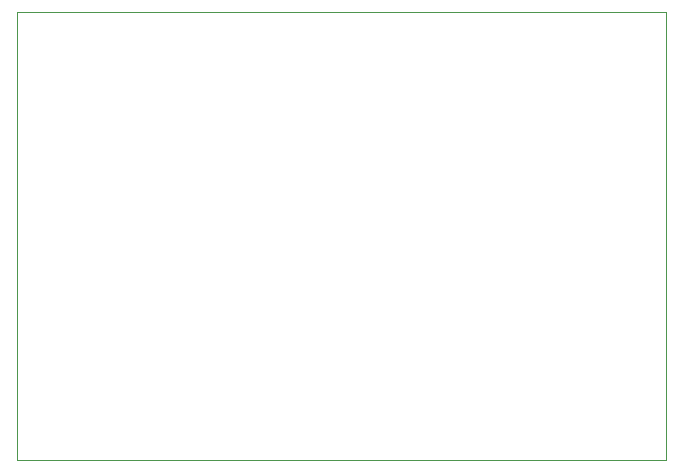
<source format=gbr>
%TF.GenerationSoftware,KiCad,Pcbnew,(5.1.10)-1*%
%TF.CreationDate,2021-10-14T20:44:39-03:00*%
%TF.ProjectId,I2S_DAC,4932535f-4441-4432-9e6b-696361645f70,rev?*%
%TF.SameCoordinates,Original*%
%TF.FileFunction,Profile,NP*%
%FSLAX46Y46*%
G04 Gerber Fmt 4.6, Leading zero omitted, Abs format (unit mm)*
G04 Created by KiCad (PCBNEW (5.1.10)-1) date 2021-10-14 20:44:39*
%MOMM*%
%LPD*%
G01*
G04 APERTURE LIST*
%TA.AperFunction,Profile*%
%ADD10C,0.050000*%
%TD*%
G04 APERTURE END LIST*
D10*
X43000000Y-128000000D02*
X43000000Y-90000000D01*
X98000000Y-128000000D02*
X43000000Y-128000000D01*
X98000000Y-90000000D02*
X98000000Y-128000000D01*
X43000000Y-90000000D02*
X98000000Y-90000000D01*
M02*

</source>
